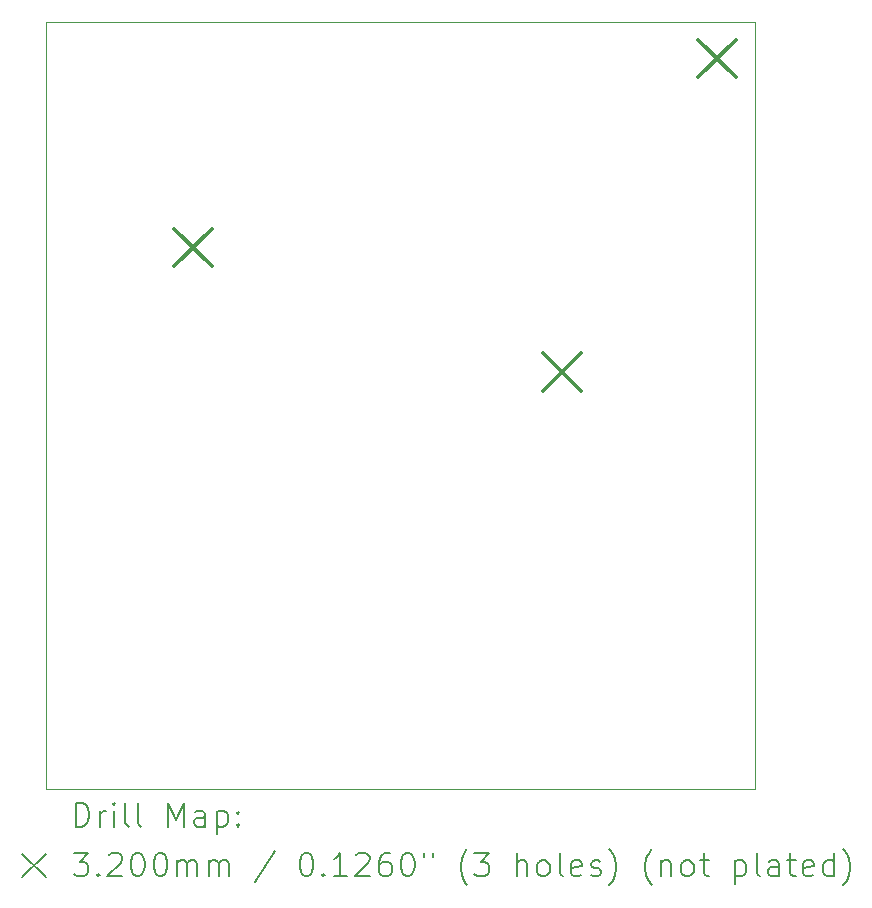
<source format=gbr>
%FSLAX45Y45*%
G04 Gerber Fmt 4.5, Leading zero omitted, Abs format (unit mm)*
G04 Created by KiCad (PCBNEW (6.0.1)) date 2022-05-20 19:43:47*
%MOMM*%
%LPD*%
G01*
G04 APERTURE LIST*
%TA.AperFunction,Profile*%
%ADD10C,0.100000*%
%TD*%
%ADD11C,0.200000*%
%ADD12C,0.320000*%
G04 APERTURE END LIST*
D10*
X12570000Y-2740000D02*
X18570000Y-2740000D01*
X18570000Y-2740000D02*
X18570000Y-9240000D01*
X18570000Y-9240000D02*
X12570000Y-9240000D01*
X12570000Y-9240000D02*
X12570000Y-2740000D01*
D11*
D12*
X13652520Y-4493280D02*
X13972520Y-4813280D01*
X13972520Y-4493280D02*
X13652520Y-4813280D01*
X16776720Y-5549920D02*
X17096720Y-5869920D01*
X17096720Y-5549920D02*
X16776720Y-5869920D01*
X18087360Y-2893080D02*
X18407360Y-3213080D01*
X18407360Y-2893080D02*
X18087360Y-3213080D01*
D11*
X12822619Y-9555476D02*
X12822619Y-9355476D01*
X12870238Y-9355476D01*
X12898809Y-9365000D01*
X12917857Y-9384048D01*
X12927381Y-9403095D01*
X12936905Y-9441190D01*
X12936905Y-9469762D01*
X12927381Y-9507857D01*
X12917857Y-9526905D01*
X12898809Y-9545952D01*
X12870238Y-9555476D01*
X12822619Y-9555476D01*
X13022619Y-9555476D02*
X13022619Y-9422143D01*
X13022619Y-9460238D02*
X13032143Y-9441190D01*
X13041667Y-9431667D01*
X13060714Y-9422143D01*
X13079762Y-9422143D01*
X13146428Y-9555476D02*
X13146428Y-9422143D01*
X13146428Y-9355476D02*
X13136905Y-9365000D01*
X13146428Y-9374524D01*
X13155952Y-9365000D01*
X13146428Y-9355476D01*
X13146428Y-9374524D01*
X13270238Y-9555476D02*
X13251190Y-9545952D01*
X13241667Y-9526905D01*
X13241667Y-9355476D01*
X13375000Y-9555476D02*
X13355952Y-9545952D01*
X13346428Y-9526905D01*
X13346428Y-9355476D01*
X13603571Y-9555476D02*
X13603571Y-9355476D01*
X13670238Y-9498333D01*
X13736905Y-9355476D01*
X13736905Y-9555476D01*
X13917857Y-9555476D02*
X13917857Y-9450714D01*
X13908333Y-9431667D01*
X13889286Y-9422143D01*
X13851190Y-9422143D01*
X13832143Y-9431667D01*
X13917857Y-9545952D02*
X13898809Y-9555476D01*
X13851190Y-9555476D01*
X13832143Y-9545952D01*
X13822619Y-9526905D01*
X13822619Y-9507857D01*
X13832143Y-9488810D01*
X13851190Y-9479286D01*
X13898809Y-9479286D01*
X13917857Y-9469762D01*
X14013095Y-9422143D02*
X14013095Y-9622143D01*
X14013095Y-9431667D02*
X14032143Y-9422143D01*
X14070238Y-9422143D01*
X14089286Y-9431667D01*
X14098809Y-9441190D01*
X14108333Y-9460238D01*
X14108333Y-9517381D01*
X14098809Y-9536429D01*
X14089286Y-9545952D01*
X14070238Y-9555476D01*
X14032143Y-9555476D01*
X14013095Y-9545952D01*
X14194048Y-9536429D02*
X14203571Y-9545952D01*
X14194048Y-9555476D01*
X14184524Y-9545952D01*
X14194048Y-9536429D01*
X14194048Y-9555476D01*
X14194048Y-9431667D02*
X14203571Y-9441190D01*
X14194048Y-9450714D01*
X14184524Y-9441190D01*
X14194048Y-9431667D01*
X14194048Y-9450714D01*
X12365000Y-9785000D02*
X12565000Y-9985000D01*
X12565000Y-9785000D02*
X12365000Y-9985000D01*
X12803571Y-9775476D02*
X12927381Y-9775476D01*
X12860714Y-9851667D01*
X12889286Y-9851667D01*
X12908333Y-9861190D01*
X12917857Y-9870714D01*
X12927381Y-9889762D01*
X12927381Y-9937381D01*
X12917857Y-9956429D01*
X12908333Y-9965952D01*
X12889286Y-9975476D01*
X12832143Y-9975476D01*
X12813095Y-9965952D01*
X12803571Y-9956429D01*
X13013095Y-9956429D02*
X13022619Y-9965952D01*
X13013095Y-9975476D01*
X13003571Y-9965952D01*
X13013095Y-9956429D01*
X13013095Y-9975476D01*
X13098809Y-9794524D02*
X13108333Y-9785000D01*
X13127381Y-9775476D01*
X13175000Y-9775476D01*
X13194048Y-9785000D01*
X13203571Y-9794524D01*
X13213095Y-9813571D01*
X13213095Y-9832619D01*
X13203571Y-9861190D01*
X13089286Y-9975476D01*
X13213095Y-9975476D01*
X13336905Y-9775476D02*
X13355952Y-9775476D01*
X13375000Y-9785000D01*
X13384524Y-9794524D01*
X13394048Y-9813571D01*
X13403571Y-9851667D01*
X13403571Y-9899286D01*
X13394048Y-9937381D01*
X13384524Y-9956429D01*
X13375000Y-9965952D01*
X13355952Y-9975476D01*
X13336905Y-9975476D01*
X13317857Y-9965952D01*
X13308333Y-9956429D01*
X13298809Y-9937381D01*
X13289286Y-9899286D01*
X13289286Y-9851667D01*
X13298809Y-9813571D01*
X13308333Y-9794524D01*
X13317857Y-9785000D01*
X13336905Y-9775476D01*
X13527381Y-9775476D02*
X13546428Y-9775476D01*
X13565476Y-9785000D01*
X13575000Y-9794524D01*
X13584524Y-9813571D01*
X13594048Y-9851667D01*
X13594048Y-9899286D01*
X13584524Y-9937381D01*
X13575000Y-9956429D01*
X13565476Y-9965952D01*
X13546428Y-9975476D01*
X13527381Y-9975476D01*
X13508333Y-9965952D01*
X13498809Y-9956429D01*
X13489286Y-9937381D01*
X13479762Y-9899286D01*
X13479762Y-9851667D01*
X13489286Y-9813571D01*
X13498809Y-9794524D01*
X13508333Y-9785000D01*
X13527381Y-9775476D01*
X13679762Y-9975476D02*
X13679762Y-9842143D01*
X13679762Y-9861190D02*
X13689286Y-9851667D01*
X13708333Y-9842143D01*
X13736905Y-9842143D01*
X13755952Y-9851667D01*
X13765476Y-9870714D01*
X13765476Y-9975476D01*
X13765476Y-9870714D02*
X13775000Y-9851667D01*
X13794048Y-9842143D01*
X13822619Y-9842143D01*
X13841667Y-9851667D01*
X13851190Y-9870714D01*
X13851190Y-9975476D01*
X13946428Y-9975476D02*
X13946428Y-9842143D01*
X13946428Y-9861190D02*
X13955952Y-9851667D01*
X13975000Y-9842143D01*
X14003571Y-9842143D01*
X14022619Y-9851667D01*
X14032143Y-9870714D01*
X14032143Y-9975476D01*
X14032143Y-9870714D02*
X14041667Y-9851667D01*
X14060714Y-9842143D01*
X14089286Y-9842143D01*
X14108333Y-9851667D01*
X14117857Y-9870714D01*
X14117857Y-9975476D01*
X14508333Y-9765952D02*
X14336905Y-10023095D01*
X14765476Y-9775476D02*
X14784524Y-9775476D01*
X14803571Y-9785000D01*
X14813095Y-9794524D01*
X14822619Y-9813571D01*
X14832143Y-9851667D01*
X14832143Y-9899286D01*
X14822619Y-9937381D01*
X14813095Y-9956429D01*
X14803571Y-9965952D01*
X14784524Y-9975476D01*
X14765476Y-9975476D01*
X14746428Y-9965952D01*
X14736905Y-9956429D01*
X14727381Y-9937381D01*
X14717857Y-9899286D01*
X14717857Y-9851667D01*
X14727381Y-9813571D01*
X14736905Y-9794524D01*
X14746428Y-9785000D01*
X14765476Y-9775476D01*
X14917857Y-9956429D02*
X14927381Y-9965952D01*
X14917857Y-9975476D01*
X14908333Y-9965952D01*
X14917857Y-9956429D01*
X14917857Y-9975476D01*
X15117857Y-9975476D02*
X15003571Y-9975476D01*
X15060714Y-9975476D02*
X15060714Y-9775476D01*
X15041667Y-9804048D01*
X15022619Y-9823095D01*
X15003571Y-9832619D01*
X15194048Y-9794524D02*
X15203571Y-9785000D01*
X15222619Y-9775476D01*
X15270238Y-9775476D01*
X15289286Y-9785000D01*
X15298809Y-9794524D01*
X15308333Y-9813571D01*
X15308333Y-9832619D01*
X15298809Y-9861190D01*
X15184524Y-9975476D01*
X15308333Y-9975476D01*
X15479762Y-9775476D02*
X15441667Y-9775476D01*
X15422619Y-9785000D01*
X15413095Y-9794524D01*
X15394048Y-9823095D01*
X15384524Y-9861190D01*
X15384524Y-9937381D01*
X15394048Y-9956429D01*
X15403571Y-9965952D01*
X15422619Y-9975476D01*
X15460714Y-9975476D01*
X15479762Y-9965952D01*
X15489286Y-9956429D01*
X15498809Y-9937381D01*
X15498809Y-9889762D01*
X15489286Y-9870714D01*
X15479762Y-9861190D01*
X15460714Y-9851667D01*
X15422619Y-9851667D01*
X15403571Y-9861190D01*
X15394048Y-9870714D01*
X15384524Y-9889762D01*
X15622619Y-9775476D02*
X15641667Y-9775476D01*
X15660714Y-9785000D01*
X15670238Y-9794524D01*
X15679762Y-9813571D01*
X15689286Y-9851667D01*
X15689286Y-9899286D01*
X15679762Y-9937381D01*
X15670238Y-9956429D01*
X15660714Y-9965952D01*
X15641667Y-9975476D01*
X15622619Y-9975476D01*
X15603571Y-9965952D01*
X15594048Y-9956429D01*
X15584524Y-9937381D01*
X15575000Y-9899286D01*
X15575000Y-9851667D01*
X15584524Y-9813571D01*
X15594048Y-9794524D01*
X15603571Y-9785000D01*
X15622619Y-9775476D01*
X15765476Y-9775476D02*
X15765476Y-9813571D01*
X15841667Y-9775476D02*
X15841667Y-9813571D01*
X16136905Y-10051667D02*
X16127381Y-10042143D01*
X16108333Y-10013571D01*
X16098809Y-9994524D01*
X16089286Y-9965952D01*
X16079762Y-9918333D01*
X16079762Y-9880238D01*
X16089286Y-9832619D01*
X16098809Y-9804048D01*
X16108333Y-9785000D01*
X16127381Y-9756429D01*
X16136905Y-9746905D01*
X16194048Y-9775476D02*
X16317857Y-9775476D01*
X16251190Y-9851667D01*
X16279762Y-9851667D01*
X16298809Y-9861190D01*
X16308333Y-9870714D01*
X16317857Y-9889762D01*
X16317857Y-9937381D01*
X16308333Y-9956429D01*
X16298809Y-9965952D01*
X16279762Y-9975476D01*
X16222619Y-9975476D01*
X16203571Y-9965952D01*
X16194048Y-9956429D01*
X16555952Y-9975476D02*
X16555952Y-9775476D01*
X16641667Y-9975476D02*
X16641667Y-9870714D01*
X16632143Y-9851667D01*
X16613095Y-9842143D01*
X16584524Y-9842143D01*
X16565476Y-9851667D01*
X16555952Y-9861190D01*
X16765476Y-9975476D02*
X16746428Y-9965952D01*
X16736905Y-9956429D01*
X16727381Y-9937381D01*
X16727381Y-9880238D01*
X16736905Y-9861190D01*
X16746428Y-9851667D01*
X16765476Y-9842143D01*
X16794048Y-9842143D01*
X16813095Y-9851667D01*
X16822619Y-9861190D01*
X16832143Y-9880238D01*
X16832143Y-9937381D01*
X16822619Y-9956429D01*
X16813095Y-9965952D01*
X16794048Y-9975476D01*
X16765476Y-9975476D01*
X16946429Y-9975476D02*
X16927381Y-9965952D01*
X16917857Y-9946905D01*
X16917857Y-9775476D01*
X17098810Y-9965952D02*
X17079762Y-9975476D01*
X17041667Y-9975476D01*
X17022619Y-9965952D01*
X17013095Y-9946905D01*
X17013095Y-9870714D01*
X17022619Y-9851667D01*
X17041667Y-9842143D01*
X17079762Y-9842143D01*
X17098810Y-9851667D01*
X17108333Y-9870714D01*
X17108333Y-9889762D01*
X17013095Y-9908810D01*
X17184524Y-9965952D02*
X17203571Y-9975476D01*
X17241667Y-9975476D01*
X17260714Y-9965952D01*
X17270238Y-9946905D01*
X17270238Y-9937381D01*
X17260714Y-9918333D01*
X17241667Y-9908810D01*
X17213095Y-9908810D01*
X17194048Y-9899286D01*
X17184524Y-9880238D01*
X17184524Y-9870714D01*
X17194048Y-9851667D01*
X17213095Y-9842143D01*
X17241667Y-9842143D01*
X17260714Y-9851667D01*
X17336905Y-10051667D02*
X17346429Y-10042143D01*
X17365476Y-10013571D01*
X17375000Y-9994524D01*
X17384524Y-9965952D01*
X17394048Y-9918333D01*
X17394048Y-9880238D01*
X17384524Y-9832619D01*
X17375000Y-9804048D01*
X17365476Y-9785000D01*
X17346429Y-9756429D01*
X17336905Y-9746905D01*
X17698810Y-10051667D02*
X17689286Y-10042143D01*
X17670238Y-10013571D01*
X17660714Y-9994524D01*
X17651190Y-9965952D01*
X17641667Y-9918333D01*
X17641667Y-9880238D01*
X17651190Y-9832619D01*
X17660714Y-9804048D01*
X17670238Y-9785000D01*
X17689286Y-9756429D01*
X17698810Y-9746905D01*
X17775000Y-9842143D02*
X17775000Y-9975476D01*
X17775000Y-9861190D02*
X17784524Y-9851667D01*
X17803571Y-9842143D01*
X17832143Y-9842143D01*
X17851190Y-9851667D01*
X17860714Y-9870714D01*
X17860714Y-9975476D01*
X17984524Y-9975476D02*
X17965476Y-9965952D01*
X17955952Y-9956429D01*
X17946429Y-9937381D01*
X17946429Y-9880238D01*
X17955952Y-9861190D01*
X17965476Y-9851667D01*
X17984524Y-9842143D01*
X18013095Y-9842143D01*
X18032143Y-9851667D01*
X18041667Y-9861190D01*
X18051190Y-9880238D01*
X18051190Y-9937381D01*
X18041667Y-9956429D01*
X18032143Y-9965952D01*
X18013095Y-9975476D01*
X17984524Y-9975476D01*
X18108333Y-9842143D02*
X18184524Y-9842143D01*
X18136905Y-9775476D02*
X18136905Y-9946905D01*
X18146429Y-9965952D01*
X18165476Y-9975476D01*
X18184524Y-9975476D01*
X18403571Y-9842143D02*
X18403571Y-10042143D01*
X18403571Y-9851667D02*
X18422619Y-9842143D01*
X18460714Y-9842143D01*
X18479762Y-9851667D01*
X18489286Y-9861190D01*
X18498810Y-9880238D01*
X18498810Y-9937381D01*
X18489286Y-9956429D01*
X18479762Y-9965952D01*
X18460714Y-9975476D01*
X18422619Y-9975476D01*
X18403571Y-9965952D01*
X18613095Y-9975476D02*
X18594048Y-9965952D01*
X18584524Y-9946905D01*
X18584524Y-9775476D01*
X18775000Y-9975476D02*
X18775000Y-9870714D01*
X18765476Y-9851667D01*
X18746429Y-9842143D01*
X18708333Y-9842143D01*
X18689286Y-9851667D01*
X18775000Y-9965952D02*
X18755952Y-9975476D01*
X18708333Y-9975476D01*
X18689286Y-9965952D01*
X18679762Y-9946905D01*
X18679762Y-9927857D01*
X18689286Y-9908810D01*
X18708333Y-9899286D01*
X18755952Y-9899286D01*
X18775000Y-9889762D01*
X18841667Y-9842143D02*
X18917857Y-9842143D01*
X18870238Y-9775476D02*
X18870238Y-9946905D01*
X18879762Y-9965952D01*
X18898810Y-9975476D01*
X18917857Y-9975476D01*
X19060714Y-9965952D02*
X19041667Y-9975476D01*
X19003571Y-9975476D01*
X18984524Y-9965952D01*
X18975000Y-9946905D01*
X18975000Y-9870714D01*
X18984524Y-9851667D01*
X19003571Y-9842143D01*
X19041667Y-9842143D01*
X19060714Y-9851667D01*
X19070238Y-9870714D01*
X19070238Y-9889762D01*
X18975000Y-9908810D01*
X19241667Y-9975476D02*
X19241667Y-9775476D01*
X19241667Y-9965952D02*
X19222619Y-9975476D01*
X19184524Y-9975476D01*
X19165476Y-9965952D01*
X19155952Y-9956429D01*
X19146429Y-9937381D01*
X19146429Y-9880238D01*
X19155952Y-9861190D01*
X19165476Y-9851667D01*
X19184524Y-9842143D01*
X19222619Y-9842143D01*
X19241667Y-9851667D01*
X19317857Y-10051667D02*
X19327381Y-10042143D01*
X19346429Y-10013571D01*
X19355952Y-9994524D01*
X19365476Y-9965952D01*
X19375000Y-9918333D01*
X19375000Y-9880238D01*
X19365476Y-9832619D01*
X19355952Y-9804048D01*
X19346429Y-9785000D01*
X19327381Y-9756429D01*
X19317857Y-9746905D01*
M02*

</source>
